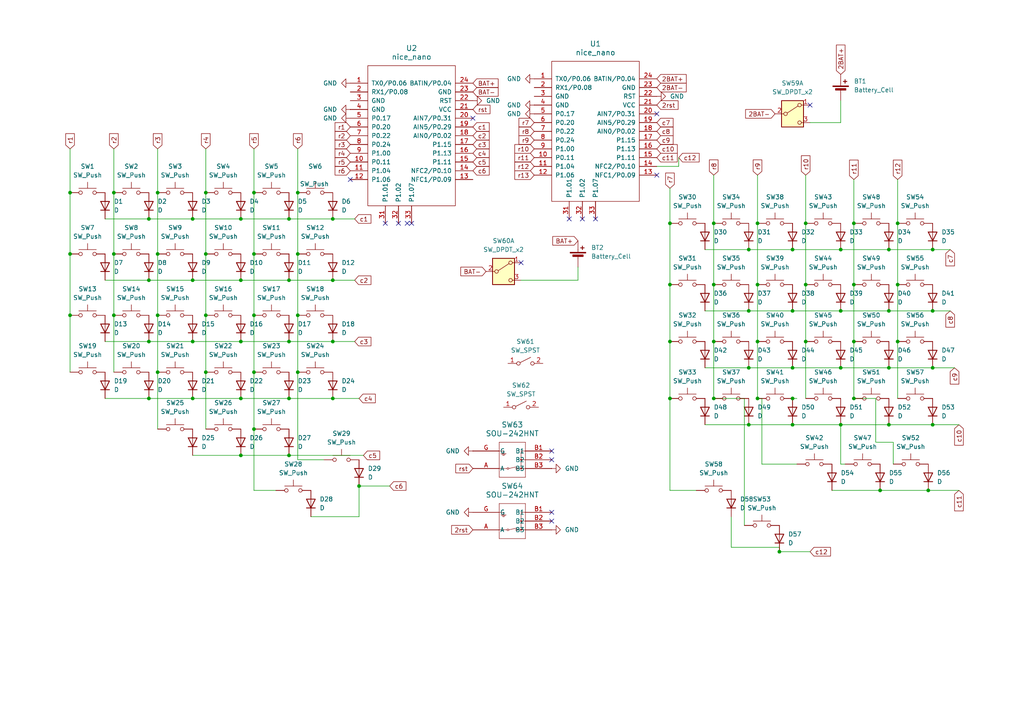
<source format=kicad_sch>
(kicad_sch (version 20241209) (generator "eeschema") (generator_version "8.99")
  (paper "A4")
  (lib_symbols
    (symbol "2025-03-08_19-00-37:SOU-242HNT" (pin_names (offset 0.254))
      (property "Reference" "SW" (at 11.43 7.62 0))
      (property "Value" "SOU-242HNT" (at 10.16 5.08 0))
      (symbol "SOU-242HNT_0_1"
        (pin unspecified line (at 0 0 0) (length 7.62) (name "G") (number "G"))
        (pin unspecified line (at 0 -5.08 0) (length 7.62) (name "A") (number "A"))
        (pin unspecified line (at 22.86 0 180) (length 7.62) (name "B1") (number "B1"))
        (pin unspecified line (at 22.86 -2.54 180) (length 7.62) (name "B2") (number "B2"))
        (pin unspecified line (at 22.86 -5.08 180) (length 7.62) (name "B3") (number "B3"))
      )
    )
    (symbol "Device:Battery_Cell" (pin_numbers (hide yes)) (pin_names (offset 0) (hide yes))
      (property "Reference" "BT" (at 2.54 2.54 0))
      (property "Value" "Battery_Cell" (at 2.54 0 0))
      (symbol "Battery_Cell_1_1"
        (pin passive line (at 0 5.08 270) (length 2.54) (name "+") (number "1"))
        (pin passive line (at 0 -2.54 90) (length 2.54) (name "-") (number "2"))
      )
    )
    (symbol "Device:D" (pin_numbers (hide yes)) (pin_names (offset 1.016) (hide yes))
      (property "Reference" "D" (at 0 2.54 0))
      (property "Value" "D" (at 0 -2.54 0))
      (symbol "D_1_1"
        (pin passive line (at -3.81 0 0) (length 2.54) (name "K") (number "1"))
        (pin passive line (at 3.81 0 180) (length 2.54) (name "A") (number "2"))
      )
    )
    (symbol "Switch:SW_DPDT_x2" (pin_names (offset 0) (hide yes))
      (property "Reference" "SW" (at 0 5.08 0))
      (property "Value" "SW_DPDT_x2" (at 0 -5.08 0))
      (symbol "SW_DPDT_x2_1_1"
        (pin passive line (at -5.08 0 0) (length 2.54) (name "B") (number "2"))
        (pin passive line (at 5.08 2.54 180) (length 2.54) (name "A") (number "1"))
        (pin passive line (at 5.08 -2.54 180) (length 2.54) (name "C") (number "3"))
      )
      (symbol "SW_DPDT_x2_2_1"
        (pin passive line (at -5.08 0 0) (length 2.54) (name "B") (number "5"))
        (pin passive line (at 5.08 2.54 180) (length 2.54) (name "A") (number "4"))
        (pin passive line (at 5.08 -2.54 180) (length 2.54) (name "C") (number "6"))
      )
    )
    (symbol "Switch:SW_Push" (pin_numbers (hide yes)) (pin_names (offset 1.016) (hide yes))
      (property "Reference" "SW" (at 1.27 2.54 0))
      (property "Value" "SW_Push" (at 0 -1.524 0))
      (symbol "SW_Push_0_1"
        (pin passive line (at -5.08 0 0) (length 2.54) (name "1") (number "1"))
        (pin passive line (at 5.08 0 180) (length 2.54) (name "2") (number "2"))
      )
    )
    (symbol "Switch:SW_SPST" (pin_names (offset 0) (hide yes))
      (property "Reference" "SW" (at 0 3.175 0))
      (property "Value" "SW_SPST" (at 0 -2.54 0))
      (symbol "SW_SPST_1_1"
        (pin passive line (at -5.08 0 0) (length 2.54) (name "A") (number "1"))
        (pin passive line (at 5.08 0 180) (length 2.54) (name "B") (number "2"))
      )
    )
    (symbol "nice_nano:nice_nano" (pin_names (offset 1.016))
      (property "Reference" "U" (at 0 0 0))
      (property "Value" "nice_nano" (at 0 2.54 0))
      (symbol "nice_nano_1_1"
        (pin input line (at -17.78 13.97 0) (length 5.08) (name "TX0/P0.06") (number "1"))
        (pin input line (at -17.78 11.43 0) (length 5.08) (name "RX1/P0.08") (number "2"))
        (pin input line (at -17.78 8.89 0) (length 5.08) (name "GND") (number "3"))
        (pin input line (at -17.78 6.35 0) (length 5.08) (name "GND") (number "4"))
        (pin input line (at -17.78 3.81 0) (length 5.08) (name "P0.17") (number "5"))
        (pin input line (at -17.78 1.27 0) (length 5.08) (name "P0.20") (number "6"))
        (pin input line (at -17.78 -1.27 0) (length 5.08) (name "P0.22") (number "7"))
        (pin input line (at -17.78 -3.81 0) (length 5.08) (name "P0.24") (number "8"))
        (pin input line (at -17.78 -6.35 0) (length 5.08) (name "P1.00") (number "9"))
        (pin input line (at -17.78 -8.89 0) (length 5.08) (name "P0.11") (number "10"))
        (pin input line (at -17.78 -11.43 0) (length 5.08) (name "P1.04") (number "11"))
        (pin input line (at -17.78 -13.97 0) (length 5.08) (name "P1.06") (number "12"))
        (pin input line (at -7.62 -26.67 90) (length 5.08) (name "P1.01") (number "31"))
        (pin input line (at -3.81 -26.67 90) (length 5.08) (name "P1.02") (number "32"))
        (pin input line (at 0 -26.67 90) (length 5.08) (name "P1.07") (number "33"))
        (pin input line (at 17.78 13.97 180) (length 5.08) (name "BATIN/P0.04") (number "24"))
        (pin input line (at 17.78 11.43 180) (length 5.08) (name "GND") (number "23"))
        (pin input line (at 17.78 8.89 180) (length 5.08) (name "RST") (number "22"))
        (pin input line (at 17.78 6.35 180) (length 5.08) (name "VCC") (number "21"))
        (pin input line (at 17.78 3.81 180) (length 5.08) (name "AIN7/P0.31") (number "20"))
        (pin input line (at 17.78 1.27 180) (length 5.08) (name "AIN5/P0.29") (number "19"))
        (pin input line (at 17.78 -1.27 180) (length 5.08) (name "AIN0/P0.02") (number "18"))
        (pin input line (at 17.78 -3.81 180) (length 5.08) (name "P1.15") (number "17"))
        (pin input line (at 17.78 -6.35 180) (length 5.08) (name "P1.13") (number "16"))
        (pin input line (at 17.78 -8.89 180) (length 5.08) (name "P1.11") (number "15"))
        (pin input line (at 17.78 -11.43 180) (length 5.08) (name "NFC2/P0.10") (number "14"))
        (pin input line (at 17.78 -13.97 180) (length 5.08) (name "NFC1/P0.09") (number "13"))
      )
    )
    (symbol "power:GND" (power) (pin_numbers (hide yes)) (pin_names (offset 0) (hide yes))
      (property "Value" "GND" (at 0 -3.81 0))
      (symbol "GND_1_1"
        (pin power_in line (at 0 0 270) (length 0) (name "~") (number "1"))
      )
    )
  )
  (junction (at 270.51 72.39))
  (junction (at 69.85 115.57))
  (junction (at 219.71 115.57))
  (junction (at 269.24 142.24))
  (junction (at 219.71 82.55))
  (junction (at 69.85 132.08))
  (junction (at 83.82 81.28))
  (junction (at 43.18 99.06))
  (junction (at 33.02 55.88))
  (junction (at 257.81 106.68))
  (junction (at 96.52 63.5))
  (junction (at 33.02 73.66))
  (junction (at 83.82 132.08))
  (junction (at 194.31 82.55))
  (junction (at 86.36 91.44))
  (junction (at 229.87 106.68))
  (junction (at 33.02 91.44))
  (junction (at 59.69 73.66))
  (junction (at 257.81 90.17))
  (junction (at 43.18 115.57))
  (junction (at 217.17 106.68))
  (junction (at 243.84 72.39))
  (junction (at 270.51 106.68))
  (junction (at 243.84 90.17))
  (junction (at 229.87 90.17))
  (junction (at 217.17 72.39))
  (junction (at 219.71 64.77))
  (junction (at 20.32 73.66))
  (junction (at 255.27 142.24))
  (junction (at 257.81 123.19))
  (junction (at 96.52 81.28))
  (junction (at 45.72 107.95))
  (junction (at 247.65 82.55))
  (junction (at 270.51 123.19))
  (junction (at 45.72 55.88))
  (junction (at 247.65 64.77))
  (junction (at 73.66 73.66))
  (junction (at 194.31 99.06))
  (junction (at 73.66 124.46))
  (junction (at 59.69 91.44))
  (junction (at 219.71 99.06))
  (junction (at 207.01 82.55))
  (junction (at 43.18 81.28))
  (junction (at 83.82 63.5))
  (junction (at 55.88 81.28))
  (junction (at 45.72 73.66))
  (junction (at 73.66 107.95))
  (junction (at 229.87 72.39))
  (junction (at 55.88 115.57))
  (junction (at 207.01 99.06))
  (junction (at 194.31 115.57))
  (junction (at 69.85 81.28))
  (junction (at 194.31 64.77))
  (junction (at 270.51 90.17))
  (junction (at 229.87 123.19))
  (junction (at 45.72 91.44))
  (junction (at 59.69 55.88))
  (junction (at 226.06 160.02))
  (junction (at 247.65 115.57))
  (junction (at 69.85 99.06))
  (junction (at 207.01 64.77))
  (junction (at 59.69 107.95))
  (junction (at 20.32 91.44))
  (junction (at 207.01 115.57))
  (junction (at 55.88 63.5))
  (junction (at 260.35 64.77))
  (junction (at 217.17 123.19))
  (junction (at 73.66 91.44))
  (junction (at 83.82 99.06))
  (junction (at 247.65 99.06))
  (junction (at 233.68 82.55))
  (junction (at 73.66 55.88))
  (junction (at 20.32 55.88))
  (junction (at 96.52 99.06))
  (junction (at 83.82 115.57))
  (junction (at 55.88 99.06))
  (junction (at 86.36 73.66))
  (junction (at 69.85 63.5))
  (junction (at 233.68 64.77))
  (junction (at 260.35 99.06))
  (junction (at 86.36 107.95))
  (junction (at 233.68 99.06))
  (junction (at 243.84 123.19))
  (junction (at 43.18 63.5))
  (junction (at 229.87 115.57))
  (junction (at 86.36 55.88))
  (junction (at 257.81 72.39))
  (junction (at 260.35 82.55))
  (junction (at 243.84 106.68))
  (junction (at 217.17 90.17))
  (junction (at 96.52 115.57))
  (junction (at 104.14 140.97))
  (no_connect (at 137.16 34.29))
  (no_connect (at 160.02 148.59))
  (no_connect (at 151.13 76.2))
  (no_connect (at 119.38 64.77))
  (no_connect (at 111.76 64.77))
  (no_connect (at 115.57 64.77))
  (no_connect (at 101.6 52.07))
  (no_connect (at 172.72 63.5))
  (no_connect (at 190.5 50.8))
  (no_connect (at 160.02 130.81))
  (no_connect (at 234.95 30.48))
  (no_connect (at 118.11 64.77))
  (no_connect (at 160.02 151.13))
  (no_connect (at 165.1 63.5))
  (no_connect (at 168.91 63.5))
  (no_connect (at 160.02 133.35))
  (no_connect (at 190.5 33.02))
  (wire (pts (xy 86.36 73.66) (xy 86.36 91.44)))
  (wire (pts (xy 73.66 55.88) (xy 73.66 73.66)))
  (wire (pts (xy 260.35 64.77) (xy 260.35 82.55)))
  (wire (pts (xy 212.09 149.86) (xy 212.09 158.75)))
  (wire (pts (xy 45.72 107.95) (xy 45.72 124.46)))
  (wire (pts (xy 219.71 115.57) (xy 220.98 115.57)))
  (wire (pts (xy 233.68 82.55) (xy 233.68 99.06)))
  (wire (pts (xy 259.08 128.27) (xy 259.08 134.62)))
  (wire (pts (xy 194.31 54.61) (xy 194.31 64.77)))
  (wire (pts (xy 104.14 149.86) (xy 104.14 140.97)))
  (wire (pts (xy 212.09 158.75) (xy 226.06 158.75)))
  (wire (pts (xy 20.32 55.88) (xy 20.32 73.66)))
  (wire (pts (xy 196.85 45.72) (xy 196.85 48.26)))
  (wire (pts (xy 207.01 64.77) (xy 207.01 82.55)))
  (wire (pts (xy 55.88 63.5) (xy 69.85 63.5)))
  (wire (pts (xy 229.87 123.19) (xy 243.84 123.19)))
  (wire (pts (xy 83.82 99.06) (xy 96.52 99.06)))
  (wire (pts (xy 243.84 123.19) (xy 257.81 123.19)))
  (wire (pts (xy 194.31 115.57) (xy 194.31 142.24)))
  (wire (pts (xy 204.47 123.19) (xy 217.17 123.19)))
  (wire (pts (xy 194.31 142.24) (xy 201.93 142.24)))
  (wire (pts (xy 220.98 134.62) (xy 231.14 134.62)))
  (wire (pts (xy 243.84 123.19) (xy 243.84 134.62)))
  (wire (pts (xy 194.31 64.77) (xy 194.31 82.55)))
  (wire (pts (xy 83.82 63.5) (xy 96.52 63.5)))
  (wire (pts (xy 20.32 43.18) (xy 20.32 55.88)))
  (wire (pts (xy 59.69 91.44) (xy 59.69 107.95)))
  (wire (pts (xy 86.36 107.95) (xy 86.36 133.35)))
  (wire (pts (xy 83.82 132.08) (xy 105.41 132.08)))
  (wire (pts (xy 69.85 63.5) (xy 83.82 63.5)))
  (wire (pts (xy 260.35 52.07) (xy 260.35 64.77)))
  (wire (pts (xy 247.65 52.07) (xy 247.65 64.77)))
  (wire (pts (xy 243.84 106.68) (xy 257.81 106.68)))
  (wire (pts (xy 69.85 132.08) (xy 83.82 132.08)))
  (wire (pts (xy 219.71 50.8) (xy 219.71 64.77)))
  (wire (pts (xy 59.69 73.66) (xy 59.69 91.44)))
  (wire (pts (xy 69.85 99.06) (xy 83.82 99.06)))
  (wire (pts (xy 269.24 142.24) (xy 278.13 142.24)))
  (wire (pts (xy 257.81 106.68) (xy 270.51 106.68)))
  (wire (pts (xy 33.02 91.44) (xy 33.02 107.95)))
  (wire (pts (xy 257.81 72.39) (xy 270.51 72.39)))
  (wire (pts (xy 69.85 115.57) (xy 83.82 115.57)))
  (wire (pts (xy 73.66 43.18) (xy 73.66 55.88)))
  (wire (pts (xy 86.36 91.44) (xy 86.36 107.95)))
  (wire (pts (xy 55.88 132.08) (xy 69.85 132.08)))
  (wire (pts (xy 96.52 115.57) (xy 104.14 115.57)))
  (wire (pts (xy 33.02 43.18) (xy 33.02 55.88)))
  (wire (pts (xy 73.66 73.66) (xy 73.66 91.44)))
  (wire (pts (xy 167.64 77.47) (xy 167.64 81.28)))
  (wire (pts (xy 96.52 81.28) (xy 102.87 81.28)))
  (wire (pts (xy 45.72 43.18) (xy 45.72 55.88)))
  (wire (pts (xy 20.32 91.44) (xy 20.32 107.95)))
  (wire (pts (xy 219.71 64.77) (xy 219.71 82.55)))
  (wire (pts (xy 45.72 55.88) (xy 45.72 73.66)))
  (wire (pts (xy 43.18 63.5) (xy 55.88 63.5)))
  (wire (pts (xy 217.17 106.68) (xy 229.87 106.68)))
  (wire (pts (xy 86.36 133.35) (xy 93.98 133.35)))
  (wire (pts (xy 255.27 142.24) (xy 269.24 142.24)))
  (wire (pts (xy 69.85 81.28) (xy 83.82 81.28)))
  (wire (pts (xy 83.82 115.57) (xy 96.52 115.57)))
  (wire (pts (xy 55.88 115.57) (xy 69.85 115.57)))
  (wire (pts (xy 73.66 91.44) (xy 73.66 107.95)))
  (wire (pts (xy 243.84 35.56) (xy 234.95 35.56)))
  (wire (pts (xy 83.82 81.28) (xy 96.52 81.28)))
  (wire (pts (xy 90.17 149.86) (xy 104.14 149.86)))
  (wire (pts (xy 247.65 64.77) (xy 247.65 82.55)))
  (wire (pts (xy 257.81 90.17) (xy 270.51 90.17)))
  (wire (pts (xy 55.88 99.06) (xy 69.85 99.06)))
  (wire (pts (xy 217.17 72.39) (xy 229.87 72.39)))
  (wire (pts (xy 270.51 106.68) (xy 276.86 106.68)))
  (wire (pts (xy 167.64 81.28) (xy 151.13 81.28)))
  (wire (pts (xy 241.3 142.24) (xy 255.27 142.24)))
  (wire (pts (xy 43.18 99.06) (xy 55.88 99.06)))
  (wire (pts (xy 247.65 82.55) (xy 247.65 99.06)))
  (wire (pts (xy 233.68 99.06) (xy 233.68 115.57)))
  (wire (pts (xy 59.69 55.88) (xy 59.69 73.66)))
  (wire (pts (xy 194.31 82.55) (xy 194.31 99.06)))
  (wire (pts (xy 229.87 72.39) (xy 243.84 72.39)))
  (wire (pts (xy 45.72 73.66) (xy 45.72 91.44)))
  (wire (pts (xy 43.18 115.57) (xy 55.88 115.57)))
  (wire (pts (xy 190.5 48.26) (xy 196.85 48.26)))
  (wire (pts (xy 104.14 140.97) (xy 113.03 140.97)))
  (wire (pts (xy 59.69 43.18) (xy 59.69 55.88)))
  (wire (pts (xy 254 128.27) (xy 259.08 128.27)))
  (wire (pts (xy 204.47 72.39) (xy 217.17 72.39)))
  (wire (pts (xy 243.84 29.21) (xy 243.84 35.56)))
  (wire (pts (xy 243.84 134.62) (xy 245.11 134.62)))
  (wire (pts (xy 270.51 72.39) (xy 275.59 72.39)))
  (wire (pts (xy 73.66 124.46) (xy 73.66 142.24)))
  (wire (pts (xy 45.72 91.44) (xy 45.72 107.95)))
  (wire (pts (xy 96.52 63.5) (xy 102.87 63.5)))
  (wire (pts (xy 207.01 82.55) (xy 207.01 99.06)))
  (wire (pts (xy 217.17 90.17) (xy 229.87 90.17)))
  (wire (pts (xy 207.01 99.06) (xy 207.01 115.57)))
  (wire (pts (xy 229.87 115.57) (xy 231.14 115.57)))
  (wire (pts (xy 229.87 106.68) (xy 243.84 106.68)))
  (wire (pts (xy 219.71 82.55) (xy 219.71 99.06)))
  (wire (pts (xy 219.71 99.06) (xy 219.71 115.57)))
  (wire (pts (xy 233.68 50.8) (xy 233.68 64.77)))
  (wire (pts (xy 33.02 55.88) (xy 33.02 73.66)))
  (wire (pts (xy 260.35 82.55) (xy 260.35 99.06)))
  (wire (pts (xy 73.66 107.95) (xy 73.66 124.46)))
  (wire (pts (xy 260.35 99.06) (xy 260.35 115.57)))
  (wire (pts (xy 207.01 115.57) (xy 215.9 115.57)))
  (wire (pts (xy 226.06 158.75) (xy 226.06 160.02)))
  (wire (pts (xy 217.17 123.19) (xy 229.87 123.19)))
  (wire (pts (xy 59.69 107.95) (xy 59.69 124.46)))
  (wire (pts (xy 20.32 73.66) (xy 20.32 91.44)))
  (wire (pts (xy 55.88 81.28) (xy 69.85 81.28)))
  (wire (pts (xy 243.84 72.39) (xy 257.81 72.39)))
  (wire (pts (xy 243.84 90.17) (xy 257.81 90.17)))
  (wire (pts (xy 33.02 73.66) (xy 33.02 91.44)))
  (wire (pts (xy 247.65 115.57) (xy 254 115.57)))
  (wire (pts (xy 247.65 99.06) (xy 247.65 115.57)))
  (wire (pts (xy 254 115.57) (xy 254 128.27)))
  (wire (pts (xy 43.18 81.28) (xy 55.88 81.28)))
  (wire (pts (xy 233.68 64.77) (xy 233.68 82.55)))
  (wire (pts (xy 207.01 50.8) (xy 207.01 64.77)))
  (wire (pts (xy 30.48 115.57) (xy 43.18 115.57)))
  (wire (pts (xy 194.31 99.06) (xy 194.31 115.57)))
  (wire (pts (xy 257.81 123.19) (xy 270.51 123.19)))
  (wire (pts (xy 215.9 115.57) (xy 215.9 152.4)))
  (wire (pts (xy 86.36 55.88) (xy 86.36 73.66)))
  (wire (pts (xy 73.66 142.24) (xy 80.01 142.24)))
  (wire (pts (xy 204.47 106.68) (xy 217.17 106.68)))
  (wire (pts (xy 30.48 81.28) (xy 43.18 81.28)))
  (wire (pts (xy 229.87 90.17) (xy 243.84 90.17)))
  (wire (pts (xy 30.48 99.06) (xy 43.18 99.06)))
  (wire (pts (xy 270.51 90.17) (xy 275.59 90.17)))
  (wire (pts (xy 86.36 43.18) (xy 86.36 55.88)))
  (wire (pts (xy 30.48 63.5) (xy 43.18 63.5)))
  (wire (pts (xy 220.98 115.57) (xy 220.98 134.62)))
  (wire (pts (xy 226.06 160.02) (xy 234.95 160.02)))
  (wire (pts (xy 204.47 90.17) (xy 217.17 90.17)))
  (wire (pts (xy 96.52 99.06) (xy 102.87 99.06)))
  (wire (pts (xy 270.51 123.19) (xy 278.13 123.19)))
  (global_label "r11" (shape input) (at 154.94 45.72 180) (property "Intersheetrefs" "${INTERSHEET_REFS}" (effects (hide yes))))
  (global_label "BAT+" (shape input) (at 167.64 69.85 180) (property "Intersheetrefs" "${INTERSHEET_REFS}" (effects (hide yes))))
  (global_label "c5" (shape input) (at 137.16 46.99 0) (property "Intersheetrefs" "${INTERSHEET_REFS}" (effects (hide yes))))
  (global_label "rst" (shape input) (at 137.16 31.75 0) (property "Intersheetrefs" "${INTERSHEET_REFS}" (effects (hide yes))))
  (global_label "c1" (shape input) (at 102.87 63.5 0) (property "Intersheetrefs" "${INTERSHEET_REFS}" (effects (hide yes))))
  (global_label "r2" (shape input) (at 33.02 43.18 90) (property "Intersheetrefs" "${INTERSHEET_REFS}" (effects (hide yes))))
  (global_label "c3" (shape input) (at 137.16 41.91 0) (property "Intersheetrefs" "${INTERSHEET_REFS}" (effects (hide yes))))
  (global_label "c6" (shape input) (at 137.16 49.53 0) (property "Intersheetrefs" "${INTERSHEET_REFS}" (effects (hide yes))))
  (global_label "BAT-" (shape input) (at 140.97 78.74 180) (property "Intersheetrefs" "${INTERSHEET_REFS}" (effects (hide yes))))
  (global_label "2BAT+" (shape input) (at 190.5 22.86 0) (property "Intersheetrefs" "${INTERSHEET_REFS}" (effects (hide yes))))
  (global_label "r1" (shape input) (at 20.32 43.18 90) (property "Intersheetrefs" "${INTERSHEET_REFS}" (effects (hide yes))))
  (global_label "c7" (shape input) (at 275.59 72.39 270) (property "Intersheetrefs" "${INTERSHEET_REFS}" (effects (hide yes))))
  (global_label "c2" (shape input) (at 102.87 81.28 0) (property "Intersheetrefs" "${INTERSHEET_REFS}" (effects (hide yes))))
  (global_label "c6" (shape input) (at 113.03 140.97 0) (property "Intersheetrefs" "${INTERSHEET_REFS}" (effects (hide yes))))
  (global_label "r9" (shape input) (at 219.71 50.8 90) (property "Intersheetrefs" "${INTERSHEET_REFS}" (effects (hide yes))))
  (global_label "r10" (shape input) (at 233.68 50.8 90) (property "Intersheetrefs" "${INTERSHEET_REFS}" (effects (hide yes))))
  (global_label "2BAT-" (shape input) (at 224.79 33.02 180) (property "Intersheetrefs" "${INTERSHEET_REFS}" (effects (hide yes))))
  (global_label "r10" (shape input) (at 154.94 43.18 180) (property "Intersheetrefs" "${INTERSHEET_REFS}" (effects (hide yes))))
  (global_label "c12" (shape input) (at 196.85 45.72 0) (property "Intersheetrefs" "${INTERSHEET_REFS}" (effects (hide yes))))
  (global_label "r2" (shape input) (at 101.6 39.37 180) (property "Intersheetrefs" "${INTERSHEET_REFS}" (effects (hide yes))))
  (global_label "c4" (shape input) (at 137.16 44.45 0) (property "Intersheetrefs" "${INTERSHEET_REFS}" (effects (hide yes))))
  (global_label "2BAT-" (shape input) (at 190.5 25.4 0) (property "Intersheetrefs" "${INTERSHEET_REFS}" (effects (hide yes))))
  (global_label "r5" (shape input) (at 101.6 46.99 180) (property "Intersheetrefs" "${INTERSHEET_REFS}" (effects (hide yes))))
  (global_label "c10" (shape input) (at 190.5 43.18 0) (property "Intersheetrefs" "${INTERSHEET_REFS}" (effects (hide yes))))
  (global_label "r11" (shape input) (at 247.65 52.07 90) (property "Intersheetrefs" "${INTERSHEET_REFS}" (effects (hide yes))))
  (global_label "2BAT+" (shape input) (at 243.84 21.59 90) (property "Intersheetrefs" "${INTERSHEET_REFS}" (effects (hide yes))))
  (global_label "r7" (shape input) (at 154.94 35.56 180) (property "Intersheetrefs" "${INTERSHEET_REFS}" (effects (hide yes))))
  (global_label "2rst" (shape input) (at 137.16 153.67 180) (property "Intersheetrefs" "${INTERSHEET_REFS}" (effects (hide yes))))
  (global_label "r7" (shape input) (at 194.31 54.61 90) (property "Intersheetrefs" "${INTERSHEET_REFS}" (effects (hide yes))))
  (global_label "c1" (shape input) (at 137.16 36.83 0) (property "Intersheetrefs" "${INTERSHEET_REFS}" (effects (hide yes))))
  (global_label "c11" (shape input) (at 278.13 142.24 270) (property "Intersheetrefs" "${INTERSHEET_REFS}" (effects (hide yes))))
  (global_label "c9" (shape input) (at 276.86 106.68 270) (property "Intersheetrefs" "${INTERSHEET_REFS}" (effects (hide yes))))
  (global_label "r12" (shape input) (at 260.35 52.07 90) (property "Intersheetrefs" "${INTERSHEET_REFS}" (effects (hide yes))))
  (global_label "r3" (shape input) (at 45.72 43.18 90) (property "Intersheetrefs" "${INTERSHEET_REFS}" (effects (hide yes))))
  (global_label "c2" (shape input) (at 137.16 39.37 0) (property "Intersheetrefs" "${INTERSHEET_REFS}" (effects (hide yes))))
  (global_label "r1" (shape input) (at 101.6 36.83 180) (property "Intersheetrefs" "${INTERSHEET_REFS}" (effects (hide yes))))
  (global_label "c4" (shape input) (at 104.14 115.57 0) (property "Intersheetrefs" "${INTERSHEET_REFS}" (effects (hide yes))))
  (global_label "c3" (shape input) (at 102.87 99.06 0) (property "Intersheetrefs" "${INTERSHEET_REFS}" (effects (hide yes))))
  (global_label "rst" (shape input) (at 137.16 135.89 180) (property "Intersheetrefs" "${INTERSHEET_REFS}" (effects (hide yes))))
  (global_label "r6" (shape input) (at 86.36 43.18 90) (property "Intersheetrefs" "${INTERSHEET_REFS}" (effects (hide yes))))
  (global_label "r6" (shape input) (at 101.6 49.53 180) (property "Intersheetrefs" "${INTERSHEET_REFS}" (effects (hide yes))))
  (global_label "BAT+" (shape input) (at 137.16 24.13 0) (property "Intersheetrefs" "${INTERSHEET_REFS}" (effects (hide yes))))
  (global_label "r8" (shape input) (at 207.01 50.8 90) (property "Intersheetrefs" "${INTERSHEET_REFS}" (effects (hide yes))))
  (global_label "2rst" (shape input) (at 190.5 30.48 0) (property "Intersheetrefs" "${INTERSHEET_REFS}" (effects (hide yes))))
  (global_label "r12" (shape input) (at 154.94 48.26 180) (property "Intersheetrefs" "${INTERSHEET_REFS}" (effects (hide yes))))
  (global_label "r4" (shape input) (at 59.69 43.18 90) (property "Intersheetrefs" "${INTERSHEET_REFS}" (effects (hide yes))))
  (global_label "c12" (shape input) (at 234.95 160.02 0) (property "Intersheetrefs" "${INTERSHEET_REFS}" (effects (hide yes))))
  (global_label "r9" (shape input) (at 154.94 40.64 180) (property "Intersheetrefs" "${INTERSHEET_REFS}" (effects (hide yes))))
  (global_label "r4" (shape input) (at 101.6 44.45 180) (property "Intersheetrefs" "${INTERSHEET_REFS}" (effects (hide yes))))
  (global_label "c11" (shape input) (at 190.5 45.72 0) (property "Intersheetrefs" "${INTERSHEET_REFS}" (effects (hide yes))))
  (global_label "BAT-" (shape input) (at 137.16 26.67 0) (property "Intersheetrefs" "${INTERSHEET_REFS}" (effects (hide yes))))
  (global_label "c10" (shape input) (at 278.13 123.19 270) (property "Intersheetrefs" "${INTERSHEET_REFS}" (effects (hide yes))))
  (global_label "r13" (shape input) (at 154.94 50.8 180) (property "Intersheetrefs" "${INTERSHEET_REFS}" (effects (hide yes))))
  (global_label "c9" (shape input) (at 190.5 40.64 0) (property "Intersheetrefs" "${INTERSHEET_REFS}" (effects (hide yes))))
  (global_label "r3" (shape input) (at 101.6 41.91 180) (property "Intersheetrefs" "${INTERSHEET_REFS}" (effects (hide yes))))
  (global_label "c8" (shape input) (at 275.59 90.17 270) (property "Intersheetrefs" "${INTERSHEET_REFS}" (effects (hide yes))))
  (global_label "c7" (shape input) (at 190.5 35.56 0) (property "Intersheetrefs" "${INTERSHEET_REFS}" (effects (hide yes))))
  (global_label "r5" (shape input) (at 73.66 43.18 90) (property "Intersheetrefs" "${INTERSHEET_REFS}" (effects (hide yes))))
  (global_label "c8" (shape input) (at 190.5 38.1 0) (property "Intersheetrefs" "${INTERSHEET_REFS}" (effects (hide yes))))
  (global_label "c5" (shape input) (at 105.41 132.08 0) (property "Intersheetrefs" "${INTERSHEET_REFS}" (effects (hide yes))))
  (global_label "r8" (shape input) (at 154.94 38.1 180) (property "Intersheetrefs" "${INTERSHEET_REFS}" (effects (hide yes))))
  (symbol (lib_id "Switch:SW_Push") (at 236.22 134.62 0) (unit 1)
    (property "Reference" "SW42" (at 236.22 127 0))
    (property "Value" "SW_Push" (at 236.22 129.54 0))
    (property "Description" "Push button switch, generic, two pins" (effects (hide yes)))
  )
  (symbol (lib_id "Device:D") (at 55.88 77.47 90) (unit 1)
    (property "Reference" "D9" (at 58.42 76.1999 90) (effects (justify right)))
    (property "Value" "D" (at 58.42 78.7399 90) (effects (justify right)))
    (property "Description" "Diode" (effects (hide yes)))
    (property "Sim.Device" "D" (effects (hide yes)))
    (property "Sim.Pins" "1=K 2=A" (effects (hide yes)))
  )
  (symbol (lib_id "Device:D") (at 241.3 138.43 90) (unit 1)
    (property "Reference" "D54" (at 243.84 137.1599 90) (effects (justify right)))
    (property "Value" "D" (at 243.84 139.6999 90) (effects (justify right)))
    (property "Description" "Diode" (effects (hide yes)))
    (property "Sim.Device" "D" (effects (hide yes)))
    (property "Sim.Pins" "1=K 2=A" (effects (hide yes)))
  )
  (symbol (lib_id "Switch:SW_Push") (at 250.19 134.62 0) (unit 1)
    (property "Reference" "SW47" (at 250.19 127 0))
    (property "Value" "SW_Push" (at 250.19 129.54 0))
    (property "Description" "Push button switch, generic, two pins" (effects (hide yes)))
  )
  (symbol (lib_id "power:GND") (at 160.02 135.89 90) (unit 1)
    (property "Reference" "#PWR011" (effects (hide yes)))
    (property "Value" "GND" (at 163.83 135.8899 90) (effects (justify right)))
    (property "Description" "Power symbol creates a global label with name \"GND\" , ground" (effects (hide yes)))
  )
  (symbol (lib_id "Switch:SW_Push") (at 265.43 64.77 0) (unit 1)
    (property "Reference" "SW54" (at 265.43 57.15 0))
    (property "Value" "SW_Push" (at 265.43 59.69 0))
    (property "Description" "Push button switch, generic, two pins" (effects (hide yes)))
  )
  (symbol (lib_id "power:GND") (at 137.16 148.59 270) (unit 1)
    (property "Reference" "#PWR06" (effects (hide yes)))
    (property "Value" "GND" (at 133.35 148.5899 90) (effects (justify right)))
    (property "Description" "Power symbol creates a global label with name \"GND\" , ground" (effects (hide yes)))
  )
  (symbol (lib_id "power:GND") (at 101.6 31.75 270) (unit 1)
    (property "Reference" "#PWR07" (effects (hide yes)))
    (property "Value" "GND" (at 97.79 31.7499 90) (effects (justify right)))
    (property "Description" "Power symbol creates a global label with name \"GND\" , ground" (effects (hide yes)))
  )
  (symbol (lib_id "Device:D") (at 69.85 77.47 90) (unit 1)
    (property "Reference" "D10" (at 72.39 76.1999 90) (effects (justify right)))
    (property "Value" "D" (at 72.39 78.7399 90) (effects (justify right)))
    (property "Description" "Diode" (effects (hide yes)))
    (property "Sim.Device" "D" (effects (hide yes)))
    (property "Sim.Pins" "1=K 2=A" (effects (hide yes)))
  )
  (symbol (lib_id "Device:D") (at 69.85 111.76 90) (unit 1)
    (property "Reference" "D22" (at 72.39 110.4899 90) (effects (justify right)))
    (property "Value" "D" (at 72.39 113.0299 90) (effects (justify right)))
    (property "Description" "Diode" (effects (hide yes)))
    (property "Sim.Device" "D" (effects (hide yes)))
    (property "Sim.Pins" "1=K 2=A" (effects (hide yes)))
  )
  (symbol (lib_id "Device:D") (at 30.48 59.69 90) (unit 1)
    (property "Reference" "D1" (at 33.02 58.4199 90) (effects (justify right)))
    (property "Value" "D" (at 33.02 60.9599 90) (effects (justify right)))
    (property "Description" "Diode" (effects (hide yes)))
    (property "Sim.Device" "D" (effects (hide yes)))
    (property "Sim.Pins" "1=K 2=A" (effects (hide yes)))
  )
  (symbol (lib_id "Device:Battery_Cell") (at 167.64 74.93 0) (unit 1)
    (property "Reference" "BT2" (at 171.45 71.8184 0) (effects (justify left)))
    (property "Value" "Battery_Cell" (at 171.45 74.3584 0) (effects (justify left)))
    (property "Footprint" "Library:v_Bat" (effects (hide yes)))
    (property "Description" "Single-cell battery" (effects (hide yes)))
  )
  (symbol (lib_id "Switch:SW_Push") (at 78.74 55.88 0) (unit 1)
    (property "Reference" "SW5" (at 78.74 48.26 0))
    (property "Value" "SW_Push" (at 78.74 50.8 0))
    (property "Description" "Push button switch, generic, two pins" (effects (hide yes)))
  )
  (symbol (lib_id "Switch:SW_DPDT_x2") (at 229.87 33.02 0) (unit 1)
    (property "Reference" "SW59" (at 229.87 24.13 0))
    (property "Value" "SW_DPDT_x2" (at 229.87 26.67 0))
    (property "Footprint" "Button_Switch_THT:SW_CK_JS202011AQN_DPDT_Angled" (effects (hide yes)))
    (property "Description" "Switch, dual pole double throw, separate symbols" (effects (hide yes)))
  )
  (symbol (lib_id "Device:D") (at 69.85 128.27 90) (unit 1)
    (property "Reference" "D26" (at 72.39 126.9999 90) (effects (justify right)))
    (property "Value" "D" (at 72.39 129.5399 90) (effects (justify right)))
    (property "Description" "Diode" (effects (hide yes)))
    (property "Sim.Device" "D" (effects (hide yes)))
    (property "Sim.Pins" "1=K 2=A" (effects (hide yes)))
  )
  (symbol (lib_id "Device:D") (at 43.18 77.47 90) (unit 1)
    (property "Reference" "D8" (at 45.72 76.1999 90) (effects (justify right)))
    (property "Value" "D" (at 45.72 78.7399 90) (effects (justify right)))
    (property "Description" "Diode" (effects (hide yes)))
    (property "Sim.Device" "D" (effects (hide yes)))
    (property "Sim.Pins" "1=K 2=A" (effects (hide yes)))
  )
  (symbol (lib_id "Device:D") (at 55.88 59.69 90) (unit 1)
    (property "Reference" "D3" (at 58.42 58.4199 90) (effects (justify right)))
    (property "Value" "D" (at 58.42 60.9599 90) (effects (justify right)))
    (property "Description" "Diode" (effects (hide yes)))
    (property "Sim.Device" "D" (effects (hide yes)))
    (property "Sim.Pins" "1=K 2=A" (effects (hide yes)))
  )
  (symbol (lib_id "Switch:SW_Push") (at 64.77 55.88 0) (unit 1)
    (property "Reference" "SW4" (at 64.77 48.26 0))
    (property "Value" "SW_Push" (at 64.77 50.8 0))
    (property "Description" "Push button switch, generic, two pins" (effects (hide yes)))
  )
  (symbol (lib_id "Device:D") (at 83.82 128.27 90) (unit 1)
    (property "Reference" "D27" (at 86.36 126.9999 90) (effects (justify right)))
    (property "Value" "D" (at 86.36 129.5399 90) (effects (justify right)))
    (property "Description" "Diode" (effects (hide yes)))
    (property "Sim.Device" "D" (effects (hide yes)))
    (property "Sim.Pins" "1=K 2=A" (effects (hide yes)))
  )
  (symbol (lib_id "Device:D") (at 55.88 95.25 90) (unit 1)
    (property "Reference" "D15" (at 58.42 93.9799 90) (effects (justify right)))
    (property "Value" "D" (at 58.42 96.5199 90) (effects (justify right)))
    (property "Description" "Diode" (effects (hide yes)))
    (property "Sim.Device" "D" (effects (hide yes)))
    (property "Sim.Pins" "1=K 2=A" (effects (hide yes)))
  )
  (symbol (lib_id "Device:D") (at 204.47 68.58 90) (unit 1)
    (property "Reference" "D30" (at 207.01 67.3099 90) (effects (justify right)))
    (property "Value" "D" (at 207.01 69.8499 90) (effects (justify right)))
    (property "Description" "Diode" (effects (hide yes)))
    (property "Sim.Device" "D" (effects (hide yes)))
    (property "Sim.Pins" "1=K 2=A" (effects (hide yes)))
  )
  (symbol (lib_id "Switch:SW_Push") (at 212.09 82.55 0) (unit 1)
    (property "Reference" "SW35" (at 212.09 74.93 0))
    (property "Value" "SW_Push" (at 212.09 77.47 0))
    (property "Description" "Push button switch, generic, two pins" (effects (hide yes)))
  )
  (symbol (lib_id "Switch:SW_Push") (at 265.43 99.06 0) (unit 1)
    (property "Reference" "SW56" (at 265.43 91.44 0))
    (property "Value" "SW_Push" (at 265.43 93.98 0))
    (property "Description" "Push button switch, generic, two pins" (effects (hide yes)))
  )
  (symbol (lib_id "Device:D") (at 96.52 59.69 90) (unit 1)
    (property "Reference" "D6" (at 99.06 58.4199 90) (effects (justify right)))
    (property "Value" "D" (at 99.06 60.9599 90) (effects (justify right)))
    (property "Description" "Diode" (effects (hide yes)))
    (property "Sim.Device" "D" (effects (hide yes)))
    (property "Sim.Pins" "1=K 2=A" (effects (hide yes)))
  )
  (symbol (lib_id "Device:D") (at 243.84 86.36 90) (unit 1)
    (property "Reference" "D39" (at 246.38 85.0899 90) (effects (justify right)))
    (property "Value" "D" (at 246.38 87.6299 90) (effects (justify right)))
    (property "Description" "Diode" (effects (hide yes)))
    (property "Sim.Device" "D" (effects (hide yes)))
    (property "Sim.Pins" "1=K 2=A" (effects (hide yes)))
  )
  (symbol (lib_id "Switch:SW_Push") (at 25.4 91.44 0) (unit 1)
    (property "Reference" "SW13" (at 25.4 83.82 0))
    (property "Value" "SW_Push" (at 25.4 86.36 0))
    (property "Description" "Push button switch, generic, two pins" (effects (hide yes)))
  )
  (symbol (lib_id "Device:D") (at 204.47 86.36 90) (unit 1)
    (property "Reference" "D36" (at 207.01 85.0899 90) (effects (justify right)))
    (property "Value" "D" (at 207.01 87.6299 90) (effects (justify right)))
    (property "Description" "Diode" (effects (hide yes)))
    (property "Sim.Device" "D" (effects (hide yes)))
    (property "Sim.Pins" "1=K 2=A" (effects (hide yes)))
  )
  (symbol (lib_id "Switch:SW_Push") (at 64.77 107.95 0) (unit 1)
    (property "Reference" "SW22" (at 64.77 100.33 0))
    (property "Value" "SW_Push" (at 64.77 102.87 0))
    (property "Description" "Push button switch, generic, two pins" (effects (hide yes)))
  )
  (symbol (lib_id "Switch:SW_Push") (at 78.74 107.95 0) (unit 1)
    (property "Reference" "SW23" (at 78.74 100.33 0))
    (property "Value" "SW_Push" (at 78.74 102.87 0))
    (property "Description" "Push button switch, generic, two pins" (effects (hide yes)))
  )
  (symbol (lib_id "Switch:SW_Push") (at 91.44 107.95 0) (unit 1)
    (property "Reference" "SW24" (at 91.44 100.33 0))
    (property "Value" "SW_Push" (at 91.44 102.87 0))
    (property "Description" "Push button switch, generic, two pins" (effects (hide yes)))
  )
  (symbol (lib_id "Switch:SW_Push") (at 50.8 55.88 0) (unit 1)
    (property "Reference" "SW3" (at 50.8 48.26 0))
    (property "Value" "SW_Push" (at 50.8 50.8 0))
    (property "Description" "Push button switch, generic, two pins" (effects (hide yes)))
  )
  (symbol (lib_id "Device:D") (at 204.47 102.87 90) (unit 1)
    (property "Reference" "D42" (at 207.01 101.5999 90) (effects (justify right)))
    (property "Value" "D" (at 207.01 104.1399 90) (effects (justify right)))
    (property "Description" "Diode" (effects (hide yes)))
    (property "Sim.Device" "D" (effects (hide yes)))
    (property "Sim.Pins" "1=K 2=A" (effects (hide yes)))
  )
  (symbol (lib_id "Device:D") (at 257.81 86.36 90) (unit 1)
    (property "Reference" "D40" (at 260.35 85.0899 90) (effects (justify right)))
    (property "Value" "D" (at 260.35 87.6299 90) (effects (justify right)))
    (property "Description" "Diode" (effects (hide yes)))
    (property "Sim.Device" "D" (effects (hide yes)))
    (property "Sim.Pins" "1=K 2=A" (effects (hide yes)))
  )
  (symbol (lib_id "Device:D") (at 104.14 137.16 90) (unit 1)
    (property "Reference" "D29" (at 106.68 135.8899 90) (effects (justify right)))
    (property "Value" "D" (at 106.68 138.4299 90) (effects (justify right)))
    (property "Description" "Diode" (effects (hide yes)))
    (property "Sim.Device" "D" (effects (hide yes)))
    (property "Sim.Pins" "1=K 2=A" (effects (hide yes)))
  )
  (symbol (lib_id "Device:D") (at 55.88 128.27 90) (unit 1)
    (property "Reference" "D25" (at 58.42 126.9999 90) (effects (justify right)))
    (property "Value" "D" (at 58.42 129.5399 90) (effects (justify right)))
    (property "Description" "Diode" (effects (hide yes)))
    (property "Sim.Device" "D" (effects (hide yes)))
    (property "Sim.Pins" "1=K 2=A" (effects (hide yes)))
  )
  (symbol (lib_id "Device:D") (at 69.85 59.69 90) (unit 1)
    (property "Reference" "D4" (at 72.39 58.4199 90) (effects (justify right)))
    (property "Value" "D" (at 72.39 60.9599 90) (effects (justify right)))
    (property "Description" "Diode" (effects (hide yes)))
    (property "Sim.Device" "D" (effects (hide yes)))
    (property "Sim.Pins" "1=K 2=A" (effects (hide yes)))
  )
  (symbol (lib_id "Device:Battery_Cell") (at 243.84 26.67 0) (unit 1)
    (property "Reference" "BT1" (at 247.65 23.5584 0) (effects (justify left)))
    (property "Value" "Battery_Cell" (at 247.65 26.0984 0) (effects (justify left)))
    (property "Footprint" "Library:v_Bat" (effects (hide yes)))
    (property "Description" "Single-cell battery" (effects (hide yes)))
  )
  (symbol (lib_id "Device:D") (at 83.82 111.76 90) (unit 1)
    (property "Reference" "D23" (at 86.36 110.4899 90) (effects (justify right)))
    (property "Value" "D" (at 86.36 113.0299 90) (effects (justify right)))
    (property "Description" "Diode" (effects (hide yes)))
    (property "Sim.Device" "D" (effects (hide yes)))
    (property "Sim.Pins" "1=K 2=A" (effects (hide yes)))
  )
  (symbol (lib_id "Switch:SW_Push") (at 264.16 134.62 0) (unit 1)
    (property "Reference" "SW52" (at 264.16 127 0))
    (property "Value" "SW_Push" (at 264.16 129.54 0))
    (property "Description" "Push button switch, generic, two pins" (effects (hide yes)))
  )
  (symbol (lib_id "Switch:SW_Push") (at 199.39 115.57 0) (unit 1)
    (property "Reference" "SW33" (at 199.39 107.95 0))
    (property "Value" "SW_Push" (at 199.39 110.49 0))
    (property "Description" "Push button switch, generic, two pins" (effects (hide yes)))
  )
  (symbol (lib_id "Switch:SW_Push") (at 38.1 55.88 0) (unit 1)
    (property "Reference" "SW2" (at 38.1 48.26 0))
    (property "Value" "SW_Push" (at 38.1 50.8 0))
    (property "Description" "Push button switch, generic, two pins" (effects (hide yes)))
  )
  (symbol (lib_id "Switch:SW_Push") (at 238.76 99.06 0) (unit 1)
    (property "Reference" "SW45" (at 238.76 91.44 0))
    (property "Value" "SW_Push" (at 238.76 93.98 0))
    (property "Description" "Push button switch, generic, two pins" (effects (hide yes)))
  )
  (symbol (lib_id "Device:D") (at 96.52 111.76 90) (unit 1)
    (property "Reference" "D24" (at 99.06 110.4899 90) (effects (justify right)))
    (property "Value" "D" (at 99.06 113.0299 90) (effects (justify right)))
    (property "Description" "Diode" (effects (hide yes)))
    (property "Sim.Device" "D" (effects (hide yes)))
    (property "Sim.Pins" "1=K 2=A" (effects (hide yes)))
  )
  (symbol (lib_id "Switch:SW_Push") (at 50.8 91.44 0) (unit 1)
    (property "Reference" "SW15" (at 50.8 83.82 0))
    (property "Value" "SW_Push" (at 50.8 86.36 0))
    (property "Description" "Push button switch, generic, two pins" (effects (hide yes)))
  )
  (symbol (lib_id "nice_nano:nice_nano") (at 119.38 38.1 0) (unit 1)
    (property "Reference" "U2" (at 119.38 13.97 0) (effects (font (size 1.524 1.524))))
    (property "Value" "nice_nano" (at 119.38 16.51 0) (effects (font (size 1.524 1.524))))
    (property "Footprint" "promicro:ProMicro" (effects (hide yes)))
  )
  (symbol (lib_id "Switch:SW_Push") (at 85.09 142.24 0) (unit 1)
    (property "Reference" "SW28" (at 85.09 134.62 0))
    (property "Value" "SW_Push" (at 85.09 137.16 0))
    (property "Description" "Push button switch, generic, two pins" (effects (hide yes)))
  )
  (symbol (lib_id "Device:D") (at 270.51 119.38 90) (unit 1)
    (property "Reference" "D53" (at 273.05 118.1099 90) (effects (justify right)))
    (property "Value" "D" (at 273.05 120.6499 90) (effects (justify right)))
    (property "Description" "Diode" (effects (hide yes)))
    (property "Sim.Device" "D" (effects (hide yes)))
    (property "Sim.Pins" "1=K 2=A" (effects (hide yes)))
  )
  (symbol (lib_id "Device:D") (at 226.06 156.21 90) (unit 1)
    (property "Reference" "D57" (at 228.6 154.9399 90) (effects (justify right)))
    (property "Value" "D" (at 228.6 157.4799 90) (effects (justify right)))
    (property "Description" "Diode" (effects (hide yes)))
    (property "Sim.Device" "D" (effects (hide yes)))
    (property "Sim.Pins" "1=K 2=A" (effects (hide yes)))
  )
  (symbol (lib_id "power:GND") (at 160.02 153.67 90) (unit 1)
    (property "Reference" "#PWR012" (effects (hide yes)))
    (property "Value" "GND" (at 163.83 153.6699 90) (effects (justify right)))
    (property "Description" "Power symbol creates a global label with name \"GND\" , ground" (effects (hide yes)))
  )
  (symbol (lib_id "Device:D") (at 217.17 86.36 90) (unit 1)
    (property "Reference" "D37" (at 219.71 85.0899 90) (effects (justify right)))
    (property "Value" "D" (at 219.71 87.6299 90) (effects (justify right)))
    (property "Description" "Diode" (effects (hide yes)))
    (property "Sim.Device" "D" (effects (hide yes)))
    (property "Sim.Pins" "1=K 2=A" (effects (hide yes)))
  )
  (symbol (lib_id "power:GND") (at 137.16 29.21 90) (unit 1)
    (property "Reference" "#PWR08" (effects (hide yes)))
    (property "Value" "GND" (at 140.97 29.2099 90) (effects (justify right)))
    (property "Description" "Power symbol creates a global label with name \"GND\" , ground" (effects (hide yes)))
  )
  (symbol (lib_id "Device:D") (at 269.24 138.43 90) (unit 1)
    (property "Reference" "D56" (at 271.78 137.1599 90) (effects (justify right)))
    (property "Value" "D" (at 271.78 139.6999 90) (effects (justify right)))
    (property "Description" "Diode" (effects (hide yes)))
    (property "Sim.Device" "D" (effects (hide yes)))
    (property "Sim.Pins" "1=K 2=A" (effects (hide yes)))
  )
  (symbol (lib_id "Device:D") (at 257.81 102.87 90) (unit 1)
    (property "Reference" "D46" (at 260.35 101.5999 90) (effects (justify right)))
    (property "Value" "D" (at 260.35 104.1399 90) (effects (justify right)))
    (property "Description" "Diode" (effects (hide yes)))
    (property "Sim.Device" "D" (effects (hide yes)))
    (property "Sim.Pins" "1=K 2=A" (effects (hide yes)))
  )
  (symbol (lib_id "Device:D") (at 96.52 95.25 90) (unit 1)
    (property "Reference" "D18" (at 99.06 93.9799 90) (effects (justify right)))
    (property "Value" "D" (at 99.06 96.5199 90) (effects (justify right)))
    (property "Description" "Diode" (effects (hide yes)))
    (property "Sim.Device" "D" (effects (hide yes)))
    (property "Sim.Pins" "1=K 2=A" (effects (hide yes)))
  )
  (symbol (lib_id "Device:D") (at 83.82 95.25 90) (unit 1)
    (property "Reference" "D17" (at 86.36 93.9799 90) (effects (justify right)))
    (property "Value" "D" (at 86.36 96.5199 90) (effects (justify right)))
    (property "Description" "Diode" (effects (hide yes)))
    (property "Sim.Device" "D" (effects (hide yes)))
    (property "Sim.Pins" "1=K 2=A" (effects (hide yes)))
  )
  (symbol (lib_id "Switch:SW_Push") (at 25.4 73.66 0) (unit 1)
    (property "Reference" "SW7" (at 25.4 66.04 0))
    (property "Value" "SW_Push" (at 25.4 68.58 0))
    (property "Description" "Push button switch, generic, two pins" (effects (hide yes)))
  )
  (symbol (lib_id "Device:D") (at 204.47 119.38 90) (unit 1)
    (property "Reference" "D48" (at 207.01 118.1099 90) (effects (justify right)))
    (property "Value" "D" (at 207.01 120.6499 90) (effects (justify right)))
    (property "Description" "Diode" (effects (hide yes)))
    (property "Sim.Device" "D" (effects (hide yes)))
    (property "Sim.Pins" "1=K 2=A" (effects (hide yes)))
  )
  (symbol (lib_id "Device:D") (at 243.84 119.38 90) (unit 1)
    (property "Reference" "D51" (at 246.38 118.1099 90) (effects (justify right)))
    (property "Value" "D" (at 246.38 120.6499 90) (effects (justify right)))
    (property "Description" "Diode" (effects (hide yes)))
    (property "Sim.Device" "D" (effects (hide yes)))
    (property "Sim.Pins" "1=K 2=A" (effects (hide yes)))
  )
  (symbol (lib_id "Device:D") (at 90.17 146.05 90) (unit 1)
    (property "Reference" "D28" (at 92.71 144.7799 90) (effects (justify right)))
    (property "Value" "D" (at 92.71 147.3199 90) (effects (justify right)))
    (property "Description" "Diode" (effects (hide yes)))
    (property "Sim.Device" "D" (effects (hide yes)))
    (property "Sim.Pins" "1=K 2=A" (effects (hide yes)))
  )
  (symbol (lib_id "Device:D") (at 30.48 95.25 90) (unit 1)
    (property "Reference" "D13" (at 33.02 93.9799 90) (effects (justify right)))
    (property "Value" "D" (at 33.02 96.5199 90) (effects (justify right)))
    (property "Description" "Diode" (effects (hide yes)))
    (property "Sim.Device" "D" (effects (hide yes)))
    (property "Sim.Pins" "1=K 2=A" (effects (hide yes)))
  )
  (symbol (lib_id "Switch:SW_Push") (at 91.44 55.88 0) (unit 1)
    (property "Reference" "SW6" (at 91.44 48.26 0))
    (property "Value" "SW_Push" (at 91.186 53.34 0))
    (property "Description" "Push button switch, generic, two pins" (effects (hide yes)))
  )
  (symbol (lib_id "Switch:SW_Push") (at 238.76 115.57 0) (unit 1)
    (property "Reference" "SW46" (at 238.76 107.95 0))
    (property "Value" "SW_Push" (at 238.76 110.49 0))
    (property "Description" "Push button switch, generic, two pins" (effects (hide yes)))
  )
  (symbol (lib_id "Switch:SW_Push") (at 224.79 99.06 0) (unit 1)
    (property "Reference" "SW40" (at 224.79 91.44 0))
    (property "Value" "SW_Push" (at 224.79 93.98 0))
    (property "Description" "Push button switch, generic, two pins" (effects (hide yes)))
  )
  (symbol (lib_id "Device:D") (at 43.18 95.25 90) (unit 1)
    (property "Reference" "D14" (at 45.72 93.9799 90) (effects (justify right)))
    (property "Value" "D" (at 45.72 96.5199 90) (effects (justify right)))
    (property "Description" "Diode" (effects (hide yes)))
    (property "Sim.Device" "D" (effects (hide yes)))
    (property "Sim.Pins" "1=K 2=A" (effects (hide yes)))
  )
  (symbol (lib_id "Device:D") (at 270.51 102.87 90) (unit 1)
    (property "Reference" "D47" (at 273.05 101.5999 90) (effects (justify right)))
    (property "Value" "D" (at 273.05 104.1399 90) (effects (justify right)))
    (property "Description" "Diode" (effects (hide yes)))
    (property "Sim.Device" "D" (effects (hide yes)))
    (property "Sim.Pins" "1=K 2=A" (effects (hide yes)))
  )
  (symbol (lib_id "Device:D") (at 270.51 86.36 90) (unit 1)
    (property "Reference" "D41" (at 273.05 85.0899 90) (effects (justify right)))
    (property "Value" "D" (at 273.05 87.6299 90) (effects (justify right)))
    (property "Description" "Diode" (effects (hide yes)))
    (property "Sim.Device" "D" (effects (hide yes)))
    (property "Sim.Pins" "1=K 2=A" (effects (hide yes)))
  )
  (symbol (lib_id "Switch:SW_Push") (at 50.8 107.95 0) (unit 1)
    (property "Reference" "SW21" (at 50.8 100.33 0))
    (property "Value" "SW_Push" (at 50.8 102.87 0))
    (property "Description" "Push button switch, generic, two pins" (effects (hide yes)))
  )
  (symbol (lib_id "power:GND") (at 154.94 22.86 270) (unit 1)
    (property "Reference" "#PWR04" (effects (hide yes)))
    (property "Value" "GND" (at 151.13 22.8599 90) (effects (justify right)))
    (property "Description" "Power symbol creates a global label with name \"GND\" , ground" (effects (hide yes)))
  )
  (symbol (lib_id "power:GND") (at 154.94 33.02 270) (unit 1)
    (property "Reference" "#PWR010" (effects (hide yes)))
    (property "Value" "GND" (at 151.13 33.0199 90) (effects (justify right)))
    (property "Description" "Power symbol creates a global label with name \"GND\" , ground" (effects (hide yes)))
  )
  (symbol (lib_id "Switch:SW_Push") (at 265.43 82.55 0) (unit 1)
    (property "Reference" "SW55" (at 265.43 74.93 0))
    (property "Value" "SW_Push" (at 265.43 77.47 0))
    (property "Description" "Push button switch, generic, two pins" (effects (hide yes)))
  )
  (symbol (lib_id "power:GND") (at 190.5 27.94 90) (unit 1)
    (property "Reference" "#PWR01" (effects (hide yes)))
    (property "Value" "GND" (at 194.31 27.9399 90) (effects (justify right)))
    (property "Description" "Power symbol creates a global label with name \"GND\" , ground" (effects (hide yes)))
  )
  (symbol (lib_id "Device:D") (at 229.87 86.36 90) (unit 1)
    (property "Reference" "D38" (at 232.41 85.0899 90) (effects (justify right)))
    (property "Value" "D" (at 232.41 87.6299 90) (effects (justify right)))
    (property "Description" "Diode" (effects (hide yes)))
    (property "Sim.Device" "D" (effects (hide yes)))
    (property "Sim.Pins" "1=K 2=A" (effects (hide yes)))
  )
  (symbol (lib_id "Switch:SW_Push") (at 64.77 124.46 0) (unit 1)
    (property "Reference" "SW26" (at 64.77 116.84 0))
    (property "Value" "SW_Push" (at 64.77 119.38 0))
    (property "Description" "Push button switch, generic, two pins" (effects (hide yes)))
  )
  (symbol (lib_id "Switch:SW_Push") (at 212.09 99.06 0) (unit 1)
    (property "Reference" "SW36" (at 212.09 91.44 0))
    (property "Value" "SW_Push" (at 212.09 93.98 0))
    (property "Description" "Push button switch, generic, two pins" (effects (hide yes)))
  )
  (symbol (lib_id "Device:D") (at 229.87 102.87 90) (unit 1)
    (property "Reference" "D44" (at 232.41 101.5999 90) (effects (justify right)))
    (property "Value" "D" (at 232.41 104.1399 90) (effects (justify right)))
    (property "Description" "Diode" (effects (hide yes)))
    (property "Sim.Device" "D" (effects (hide yes)))
    (property "Sim.Pins" "1=K 2=A" (effects (hide yes)))
  )
  (symbol (lib_id "Switch:SW_Push") (at 238.76 82.55 0) (unit 1)
    (property "Reference" "SW44" (at 238.76 74.93 0))
    (property "Value" "SW_Push" (at 238.76 77.47 0))
    (property "Description" "Push button switch, generic, two pins" (effects (hide yes)))
  )
  (symbol (lib_id "Device:D") (at 43.18 111.76 90) (unit 1)
    (property "Reference" "D20" (at 45.72 110.4899 90) (effects (justify right)))
    (property "Value" "D" (at 45.72 113.0299 90) (effects (justify right)))
    (property "Description" "Diode" (effects (hide yes)))
    (property "Sim.Device" "D" (effects (hide yes)))
    (property "Sim.Pins" "1=K 2=A" (effects (hide yes)))
  )
  (symbol (lib_id "Switch:SW_Push") (at 78.74 124.46 0) (unit 1)
    (property "Reference" "SW27" (at 78.74 116.84 0))
    (property "Value" "SW_Push" (at 78.74 119.38 0))
    (property "Description" "Push button switch, generic, two pins" (effects (hide yes)))
  )
  (symbol (lib_id "Device:D") (at 229.87 119.38 90) (unit 1)
    (property "Reference" "D50" (at 232.41 118.1099 90) (effects (justify right)))
    (property "Value" "D" (at 232.41 120.6499 90) (effects (justify right)))
    (property "Description" "Diode" (effects (hide yes)))
    (property "Sim.Device" "D" (effects (hide yes)))
    (property "Sim.Pins" "1=K 2=A" (effects (hide yes)))
  )
  (symbol (lib_id "power:GND") (at 154.94 30.48 270) (unit 1)
    (property "Reference" "#PWR03" (effects (hide yes)))
    (property "Value" "GND" (at 151.13 30.4799 90) (effects (justify right)))
    (property "Description" "Power symbol creates a global label with name \"GND\" , ground" (effects (hide yes)))
  )
  (symbol (lib_id "Switch:SW_Push") (at 99.06 133.35 0) (unit 1)
    (property "Reference" "SW29" (at 99.06 125.73 0))
    (property "Value" "SW_Push" (at 99.06 128.27 0))
    (property "Description" "Push button switch, generic, two pins" (effects (hide yes)))
  )
  (symbol (lib_id "Switch:SW_Push") (at 78.74 91.44 0) (unit 1)
    (property "Reference" "SW17" (at 78.74 83.82 0))
    (property "Value" "SW_Push" (at 78.74 86.36 0))
    (property "Description" "Push button switch, generic, two pins" (effects (hide yes)))
  )
  (symbol (lib_id "Switch:SW_Push") (at 265.43 115.57 0) (unit 1)
    (property "Reference" "SW57" (at 265.43 107.95 0))
    (property "Value" "SW_Push" (at 265.43 110.49 0))
    (property "Description" "Push button switch, generic, two pins" (effects (hide yes)))
  )
  (symbol (lib_id "power:GND") (at 101.6 24.13 270) (unit 1)
    (property "Reference" "#PWR05" (effects (hide yes)))
    (property "Value" "GND" (at 97.79 24.1299 90) (effects (justify right)))
    (property "Description" "Power symbol creates a global label with name \"GND\" , ground" (effects (hide yes)))
  )
  (symbol (lib_id "Switch:SW_Push") (at 38.1 73.66 0) (unit 1)
    (property "Reference" "SW8" (at 38.1 66.04 0))
    (property "Value" "SW_Push" (at 38.1 68.58 0))
    (property "Description" "Push button switch, generic, two pins" (effects (hide yes)))
  )
  (symbol (lib_id "Switch:SW_Push") (at 224.79 115.57 0) (unit 1)
    (property "Reference" "SW41" (at 224.79 107.95 0))
    (property "Value" "SW_Push" (at 224.79 110.49 0))
    (property "Description" "Push button switch, generic, two pins" (effects (hide yes)))
  )
  (symbol (lib_id "Device:D") (at 30.48 77.47 90) (unit 1)
    (property "Reference" "D7" (at 33.02 76.1999 90) (effects (justify right)))
    (property "Value" "D" (at 33.02 78.7399 90) (effects (justify right)))
    (property "Description" "Diode" (effects (hide yes)))
    (property "Sim.Device" "D" (effects (hide yes)))
    (property "Sim.Pins" "1=K 2=A" (effects (hide yes)))
  )
  (symbol (lib_id "Device:D") (at 96.52 77.47 90) (unit 1)
    (property "Reference" "D12" (at 99.06 76.1999 90) (effects (justify right)))
    (property "Value" "D" (at 99.06 78.7399 90) (effects (justify right)))
    (property "Description" "Diode" (effects (hide yes)))
    (property "Sim.Device" "D" (effects (hide yes)))
    (property "Sim.Pins" "1=K 2=A" (effects (hide yes)))
  )
  (symbol (lib_id "Device:D") (at 83.82 77.47 90) (unit 1)
    (property "Reference" "D11" (at 86.36 76.1999 90) (effects (justify right)))
    (property "Value" "D" (at 86.36 78.7399 90) (effects (justify right)))
    (property "Description" "Diode" (effects (hide yes)))
    (property "Sim.Device" "D" (effects (hide yes)))
    (property "Sim.Pins" "1=K 2=A" (effects (hide yes)))
  )
  (symbol (lib_id "Device:D") (at 243.84 102.87 90) (unit 1)
    (property "Reference" "D45" (at 246.38 101.5999 90) (effects (justify right)))
    (property "Value" "D" (at 246.38 104.1399 90) (effects (justify right)))
    (property "Description" "Diode" (effects (hide yes)))
    (property "Sim.Device" "D" (effects (hide yes)))
    (property "Sim.Pins" "1=K 2=A" (effects (hide yes)))
  )
  (symbol (lib_id "2025-03-08_19-00-37:SOU-242HNT") (at 137.16 148.59 0) (unit 1)
    (property "Reference" "SW64" (at 148.59 140.97 0) (effects (font (size 1.524 1.524))))
    (property "Value" "SOU-242HNT" (at 148.59 143.51 0) (effects (font (size 1.524 1.524))))
    (property "Footprint" "SOU-242HNT_MIT" (effects (hide yes)))
    (property "Datasheet" "SOU-242HNT" (effects (hide yes)))
  )
  (symbol (lib_id "Switch:SW_Push") (at 64.77 73.66 0) (unit 1)
    (property "Reference" "SW10" (at 64.77 66.04 0))
    (property "Value" "SW_Push" (at 64.77 68.58 0))
    (property "Description" "Push button switch, generic, two pins" (effects (hide yes)))
  )
  (symbol (lib_id "Switch:SW_Push") (at 252.73 82.55 0) (unit 1)
    (property "Reference" "SW49" (at 252.73 74.93 0))
    (property "Value" "SW_Push" (at 252.73 77.47 0))
    (property "Description" "Push button switch, generic, two pins" (effects (hide yes)))
  )
  (symbol (lib_id "Device:D") (at 270.51 68.58 90) (unit 1)
    (property "Reference" "D35" (at 273.05 67.3099 90) (effects (justify right)))
    (property "Value" "D" (at 273.05 69.8499 90) (effects (justify right)))
    (property "Description" "Diode" (effects (hide yes)))
    (property "Sim.Device" "D" (effects (hide yes)))
    (property "Sim.Pins" "1=K 2=A" (effects (hide yes)))
  )
  (symbol (lib_id "Device:D") (at 257.81 68.58 90) (unit 1)
    (property "Reference" "D34" (at 260.35 67.3099 90) (effects (justify right)))
    (property "Value" "D" (at 260.35 69.8499 90) (effects (justify right)))
    (property "Description" "Diode" (effects (hide yes)))
    (property "Sim.Device" "D" (effects (hide yes)))
    (property "Sim.Pins" "1=K 2=A" (effects (hide yes)))
  )
  (symbol (lib_id "Device:D") (at 55.88 111.76 90) (unit 1)
    (property "Reference" "D21" (at 58.42 110.4899 90) (effects (justify right)))
    (property "Value" "D" (at 58.42 113.0299 90) (effects (justify right)))
    (property "Description" "Diode" (effects (hide yes)))
    (property "Sim.Device" "D" (effects (hide yes)))
    (property "Sim.Pins" "1=K 2=A" (effects (hide yes)))
  )
  (symbol (lib_id "Device:D") (at 212.09 146.05 90) (unit 1)
    (property "Reference" "D58" (at 214.63 144.7799 90) (effects (justify right)))
    (property "Value" "D" (at 214.63 147.3199 90) (effects (justify right)))
    (property "Description" "Diode" (effects (hide yes)))
    (property "Sim.Device" "D" (effects (hide yes)))
    (property "Sim.Pins" "1=K 2=A" (effects (hide yes)))
  )
  (symbol (lib_id "Switch:SW_Push") (at 78.74 73.66 0) (unit 1)
    (property "Reference" "SW11" (at 78.74 66.04 0))
    (property "Value" "SW_Push" (at 78.74 68.58 0))
    (property "Description" "Push button switch, generic, two pins" (effects (hide yes)))
  )
  (symbol (lib_id "Switch:SW_Push") (at 224.79 82.55 0) (unit 1)
    (property "Reference" "SW39" (at 224.79 74.93 0))
    (property "Value" "SW_Push" (at 224.79 77.47 0))
    (property "Description" "Push button switch, generic, two pins" (effects (hide yes)))
  )
  (symbol (lib_id "Device:D") (at 69.85 95.25 90) (unit 1)
    (property "Reference" "D16" (at 72.39 93.9799 90) (effects (justify right)))
    (property "Value" "D" (at 72.39 96.5199 90) (effects (justify right)))
    (property "Description" "Diode" (effects (hide yes)))
    (property "Sim.Device" "D" (effects (hide yes)))
    (property "Sim.Pins" "1=K 2=A" (effects (hide yes)))
  )
  (symbol (lib_id "Switch:SW_SPST") (at 151.13 118.11 0) (unit 1)
    (property "Reference" "SW62" (at 151.13 111.76 0))
    (property "Value" "SW_SPST" (at 151.13 114.3 0))
    (property "Description" "Single Pole Single Throw (SPST) switch" (effects (hide yes)))
  )
  (symbol (lib_id "Switch:SW_Push") (at 199.39 64.77 0) (unit 1)
    (property "Reference" "SW30" (at 199.39 57.15 0))
    (property "Value" "SW_Push" (at 199.39 59.69 0))
    (property "Description" "Push button switch, generic, two pins" (effects (hide yes)))
  )
  (symbol (lib_id "Switch:SW_Push") (at 212.09 64.77 0) (unit 1)
    (property "Reference" "SW34" (at 212.09 57.15 0))
    (property "Value" "SW_Push" (at 212.09 59.69 0))
    (property "Description" "Push button switch, generic, two pins" (effects (hide yes)))
  )
  (symbol (lib_id "Switch:SW_Push") (at 238.76 64.77 0) (unit 1)
    (property "Reference" "SW43" (at 238.76 57.15 0))
    (property "Value" "SW_Push" (at 238.76 59.69 0))
    (property "Description" "Push button switch, generic, two pins" (effects (hide yes)))
  )
  (symbol (lib_id "Switch:SW_Push") (at 25.4 55.88 0) (unit 1)
    (property "Reference" "SW1" (at 25.4 48.26 0))
    (property "Value" "SW_Push" (at 25.4 50.8 0))
    (property "Description" "Push button switch, generic, two pins" (effects (hide yes)))
  )
  (symbol (lib_id "Switch:SW_SPST") (at 152.4 105.41 0) (unit 1)
    (property "Reference" "SW61" (at 152.4 99.06 0))
    (property "Value" "SW_SPST" (at 152.4 101.6 0))
    (property "Description" "Single Pole Single Throw (SPST) switch" (effects (hide yes)))
  )
  (symbol (lib_id "2025-03-08_19-00-37:SOU-242HNT") (at 137.16 130.81 0) (unit 1)
    (property "Reference" "SW63" (at 148.59 123.19 0) (effects (font (size 1.524 1.524))))
    (property "Value" "SOU-242HNT" (at 148.59 125.73 0) (effects (font (size 1.524 1.524))))
    (property "Footprint" "SOU-242HNT_MIT" (effects (hide yes)))
    (property "Datasheet" "SOU-242HNT" (effects (hide yes)))
  )
  (symbol (lib_id "Switch:SW_Push") (at 38.1 91.44 0) (unit 1)
    (property "Reference" "SW14" (at 38.1 83.82 0))
    (property "Value" "SW_Push" (at 38.1 86.36 0))
    (property "Description" "Push button switch, generic, two pins" (effects (hide yes)))
  )
  (symbol (lib_id "Device:D") (at 229.87 68.58 90) (unit 1)
    (property "Reference" "D32" (at 232.41 67.3099 90) (effects (justify right)))
    (property "Value" "D" (at 232.41 69.8499 90) (effects (justify right)))
    (property "Description" "Diode" (effects (hide yes)))
    (property "Sim.Device" "D" (effects (hide yes)))
    (property "Sim.Pins" "1=K 2=A" (effects (hide yes)))
  )
  (symbol (lib_id "power:GND") (at 137.16 130.81 270) (unit 1)
    (property "Reference" "#PWR02" (effects (hide yes)))
    (property "Value" "GND" (at 133.35 130.8099 90) (effects (justify right)))
    (property "Description" "Power symbol creates a global label with name \"GND\" , ground" (effects (hide yes)))
  )
  (symbol (lib_id "Device:D") (at 43.18 59.69 90) (unit 1)
    (property "Reference" "D2" (at 45.72 58.4199 90) (effects (justify right)))
    (property "Value" "D" (at 45.72 60.9599 90) (effects (justify right)))
    (property "Description" "Diode" (effects (hide yes)))
    (property "Sim.Device" "D" (effects (hide yes)))
    (property "Sim.Pins" "1=K 2=A" (effects (hide yes)))
  )
  (symbol (lib_id "Switch:SW_Push") (at 252.73 99.06 0) (unit 1)
    (property "Reference" "SW50" (at 252.73 91.44 0))
    (property "Value" "SW_Push" (at 252.73 93.98 0))
    (property "Description" "Push button switch, generic, two pins" (effects (hide yes)))
  )
  (symbol (lib_id "Switch:SW_DPDT_x2") (at 146.05 78.74 0) (unit 1)
    (property "Reference" "SW60" (at 146.05 69.85 0))
    (property "Value" "SW_DPDT_x2" (at 146.05 72.39 0))
    (property "Footprint" "Button_Switch_THT:SW_CK_JS202011AQN_DPDT_Angled" (effects (hide yes)))
    (property "Description" "Switch, dual pole double throw, separate symbols" (effects (hide yes)))
  )
  (symbol (lib_id "Device:D") (at 217.17 119.38 90) (unit 1)
    (property "Reference" "D49" (at 219.71 118.1099 90) (effects (justify right)))
    (property "Value" "D" (at 219.71 120.6499 90) (effects (justify right)))
    (property "Description" "Diode" (effects (hide yes)))
    (property "Sim.Device" "D" (effects (hide yes)))
    (property "Sim.Pins" "1=K 2=A" (effects (hide yes)))
  )
  (symbol (lib_id "Device:D") (at 217.17 102.87 90) (unit 1)
    (property "Reference" "D43" (at 219.71 101.5999 90) (effects (justify right)))
    (property "Value" "D" (at 219.71 104.1399 90) (effects (justify right)))
    (property "Description" "Diode" (effects (hide yes)))
    (property "Sim.Device" "D" (effects (hide yes)))
    (property "Sim.Pins" "1=K 2=A" (effects (hide yes)))
  )
  (symbol (lib_id "Switch:SW_Push") (at 252.73 64.77 0) (unit 1)
    (property "Reference" "SW48" (at 252.73 57.15 0))
    (property "Value" "SW_Push" (at 252.73 59.69 0))
    (property "Description" "Push button switch, generic, two pins" (effects (hide yes)))
  )
  (symbol (lib_id "Device:D") (at 243.84 68.58 90) (unit 1)
    (property "Reference" "D33" (at 246.38 67.3099 90) (effects (justify right)))
    (property "Value" "D" (at 246.38 69.8499 90) (effects (justify right)))
    (property "Description" "Diode" (effects (hide yes)))
    (property "Sim.Device" "D" (effects (hide yes)))
    (property "Sim.Pins" "1=K 2=A" (effects (hide yes)))
  )
  (symbol (lib_id "Switch:SW_Push") (at 91.44 91.44 0) (unit 1)
    (property "Reference" "SW18" (at 91.44 83.82 0))
    (property "Value" "SW_Push" (at 91.44 86.36 0))
    (property "Description" "Push button switch, generic, two pins" (effects (hide yes)))
  )
  (symbol (lib_id "Switch:SW_Push") (at 252.73 115.57 0) (unit 1)
    (property "Reference" "SW51" (at 252.73 107.95 0))
    (property "Value" "SW_Push" (at 252.73 110.49 0))
    (property "Description" "Push button switch, generic, two pins" (effects (hide yes)))
  )
  (symbol (lib_id "Switch:SW_Push") (at 220.98 152.4 0) (unit 1)
    (property "Reference" "SW53" (at 220.98 144.78 0))
    (property "Value" "SW_Push" (at 220.98 147.32 0))
    (property "Description" "Push button switch, generic, two pins" (effects (hide yes)))
  )
  (symbol (lib_id "Switch:SW_Push") (at 25.4 107.95 0) (unit 1)
    (property "Reference" "SW19" (at 25.4 100.33 0))
    (property "Value" "SW_Push" (at 25.4 102.87 0))
    (property "Description" "Push button switch, generic, two pins" (effects (hide yes)))
  )
  (symbol (lib_id "Switch:SW_Push") (at 199.39 82.55 0) (unit 1)
    (property "Reference" "SW31" (at 199.39 74.93 0))
    (property "Value" "SW_Push" (at 199.39 77.47 0))
    (property "Description" "Push button switch, generic, two pins" (effects (hide yes)))
  )
  (symbol (lib_id "Switch:SW_Push") (at 199.39 99.06 0) (unit 1)
    (property "Reference" "SW32" (at 199.39 91.44 0))
    (property "Value" "SW_Push" (at 199.39 93.98 0))
    (property "Description" "Push button switch, generic, two pins" (effects (hide yes)))
  )
  (symbol (lib_id "Switch:SW_Push") (at 38.1 107.95 0) (unit 1)
    (property "Reference" "SW20" (at 38.1 100.33 0))
    (property "Value" "SW_Push" (at 38.1 102.87 0))
    (property "Description" "Push button switch, generic, two pins" (effects (hide yes)))
  )
  (symbol (lib_id "Switch:SW_Push") (at 212.09 115.57 0) (unit 1)
    (property "Reference" "SW37" (at 212.09 107.95 0))
    (property "Value" "SW_Push" (at 212.09 110.49 0))
    (property "Description" "Push button switch, generic, two pins" (effects (hide yes)))
  )
  (symbol (lib_id "Device:D") (at 257.81 119.38 90) (unit 1)
    (property "Reference" "D52" (at 260.35 118.1099 90) (effects (justify right)))
    (property "Value" "D" (at 260.35 120.6499 90) (effects (justify right)))
    (property "Description" "Diode" (effects (hide yes)))
    (property "Sim.Device" "D" (effects (hide yes)))
    (property "Sim.Pins" "1=K 2=A" (effects (hide yes)))
  )
  (symbol (lib_id "Device:D") (at 30.48 111.76 90) (unit 1)
    (property "Reference" "D19" (at 33.02 110.4899 90) (effects (justify right)))
    (property "Value" "D" (at 33.02 113.0299 90) (effects (justify right)))
    (property "Description" "Diode" (effects (hide yes)))
    (property "Sim.Device" "D" (effects (hide yes)))
    (property "Sim.Pins" "1=K 2=A" (effects (hide yes)))
  )
  (symbol (lib_id "Switch:SW_Push") (at 64.77 91.44 0) (unit 1)
    (property "Reference" "SW16" (at 64.77 83.82 0))
    (property "Value" "SW_Push" (at 64.77 86.36 0))
    (property "Description" "Push button switch, generic, two pins" (effects (hide yes)))
  )
  (symbol (lib_id "nice_nano:nice_nano") (at 172.72 36.83 0) (unit 1)
    (property "Reference" "U1" (at 172.72 12.7 0) (effects (font (size 1.524 1.524))))
    (property "Value" "nice_nano" (at 172.72 15.24 0) (effects (font (size 1.524 1.524))))
    (property "Footprint" "promicro:ProMicro" (effects (hide yes)))
  )
  (symbol (lib_id "Switch:SW_Push") (at 207.01 142.24 0) (unit 1)
    (property "Reference" "SW58" (at 207.01 134.62 0))
    (property "Value" "SW_Push" (at 207.01 137.16 0))
    (property "Description" "Push button switch, generic, two pins" (effects (hide yes)))
  )
  (symbol (lib_id "power:GND") (at 101.6 34.29 270) (unit 1)
    (property "Reference" "#PWR09" (effects (hide yes)))
    (property "Value" "GND" (at 97.79 34.2899 90) (effects (justify right)))
    (property "Description" "Power symbol creates a global label with name \"GND\" , ground" (effects (hide yes)))
  )
  (symbol (lib_id "Switch:SW_Push") (at 50.8 124.46 0) (unit 1)
    (property "Reference" "SW25" (at 50.8 116.84 0))
    (property "Value" "SW_Push" (at 50.8 119.38 0))
    (property "Description" "Push button switch, generic, two pins" (effects (hide yes)))
  )
  (symbol (lib_id "Switch:SW_Push") (at 224.79 64.77 0) (unit 1)
    (property "Reference" "SW38" (at 224.79 57.15 0))
    (property "Value" "SW_Push" (at 224.79 59.69 0))
    (property "Description" "Push button switch, generic, two pins" (effects (hide yes)))
  )
  (symbol (lib_id "Device:D") (at 255.27 138.43 90) (unit 1)
    (property "Reference" "D55" (at 257.81 137.1599 90) (effects (justify right)))
    (property "Value" "D" (at 257.81 139.6999 90) (effects (justify right)))
    (property "Description" "Diode" (effects (hide yes)))
    (property "Sim.Device" "D" (effects (hide yes)))
    (property "Sim.Pins" "1=K 2=A" (effects (hide yes)))
  )
  (symbol (lib_id "Switch:SW_Push") (at 91.44 73.66 0) (unit 1)
    (property "Reference" "SW12" (at 91.44 66.04 0))
    (property "Value" "SW_Push" (at 91.44 68.58 0))
    (property "Description" "Push button switch, generic, two pins" (effects (hide yes)))
  )
  (symbol (lib_id "Device:D") (at 83.82 59.69 90) (unit 1)
    (property "Reference" "D5" (at 86.36 58.4199 90) (effects (justify right)))
    (property "Value" "D" (at 86.36 60.9599 90) (effects (justify right)))
    (property "Description" "Diode" (effects (hide yes)))
    (property "Sim.Device" "D" (effects (hide yes)))
    (property "Sim.Pins" "1=K 2=A" (effects (hide yes)))
  )
  (symbol (lib_id "Device:D") (at 217.17 68.58 90) (unit 1)
    (property "Reference" "D31" (at 219.71 67.3099 90) (effects (justify right)))
    (property "Value" "D" (at 219.71 69.8499 90) (effects (justify right)))
    (property "Description" "Diode" (effects (hide yes)))
    (property "Sim.Device" "D" (effects (hide yes)))
    (property "Sim.Pins" "1=K 2=A" (effects (hide yes)))
  )
  (symbol (lib_id "Switch:SW_Push") (at 50.8 73.66 0) (unit 1)
    (property "Reference" "SW9" (at 50.8 66.04 0))
    (property "Value" "SW_Push" (at 50.8 68.58 0))
    (property "Description" "Push button switch, generic, two pins" (effects (hide yes)))
  )
)
</source>
